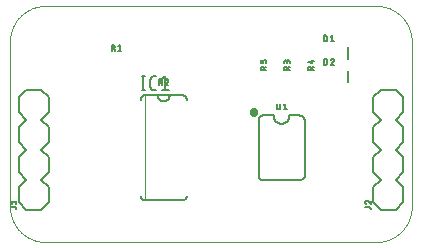
<source format=gto>
G75*
%MOIN*%
%OFA0B0*%
%FSLAX25Y25*%
%IPPOS*%
%LPD*%
%AMOC8*
5,1,8,0,0,1.08239X$1,22.5*
%
%ADD10C,0.00000*%
%ADD11C,0.00800*%
%ADD12C,0.00500*%
%ADD13C,0.00600*%
%ADD14C,0.00200*%
%ADD15C,0.00010*%
D10*
X0013997Y0001000D02*
X0124233Y0001000D01*
X0124518Y0001003D01*
X0124804Y0001014D01*
X0125089Y0001031D01*
X0125373Y0001055D01*
X0125657Y0001086D01*
X0125940Y0001124D01*
X0126221Y0001169D01*
X0126502Y0001220D01*
X0126782Y0001278D01*
X0127060Y0001343D01*
X0127336Y0001415D01*
X0127610Y0001493D01*
X0127883Y0001578D01*
X0128153Y0001670D01*
X0128421Y0001768D01*
X0128687Y0001872D01*
X0128950Y0001983D01*
X0129210Y0002100D01*
X0129468Y0002223D01*
X0129722Y0002353D01*
X0129973Y0002489D01*
X0130221Y0002630D01*
X0130465Y0002778D01*
X0130706Y0002931D01*
X0130942Y0003091D01*
X0131175Y0003256D01*
X0131404Y0003426D01*
X0131629Y0003602D01*
X0131849Y0003784D01*
X0132065Y0003970D01*
X0132276Y0004162D01*
X0132483Y0004359D01*
X0132685Y0004561D01*
X0132882Y0004768D01*
X0133074Y0004979D01*
X0133260Y0005195D01*
X0133442Y0005415D01*
X0133618Y0005640D01*
X0133788Y0005869D01*
X0133953Y0006102D01*
X0134113Y0006338D01*
X0134266Y0006579D01*
X0134414Y0006823D01*
X0134555Y0007071D01*
X0134691Y0007322D01*
X0134821Y0007576D01*
X0134944Y0007834D01*
X0135061Y0008094D01*
X0135172Y0008357D01*
X0135276Y0008623D01*
X0135374Y0008891D01*
X0135466Y0009161D01*
X0135551Y0009434D01*
X0135629Y0009708D01*
X0135701Y0009984D01*
X0135766Y0010262D01*
X0135824Y0010542D01*
X0135875Y0010823D01*
X0135920Y0011104D01*
X0135958Y0011387D01*
X0135989Y0011671D01*
X0136013Y0011955D01*
X0136030Y0012240D01*
X0136041Y0012526D01*
X0136044Y0012811D01*
X0136044Y0067929D01*
X0136041Y0068214D01*
X0136030Y0068500D01*
X0136013Y0068785D01*
X0135989Y0069069D01*
X0135958Y0069353D01*
X0135920Y0069636D01*
X0135875Y0069917D01*
X0135824Y0070198D01*
X0135766Y0070478D01*
X0135701Y0070756D01*
X0135629Y0071032D01*
X0135551Y0071306D01*
X0135466Y0071579D01*
X0135374Y0071849D01*
X0135276Y0072117D01*
X0135172Y0072383D01*
X0135061Y0072646D01*
X0134944Y0072906D01*
X0134821Y0073164D01*
X0134691Y0073418D01*
X0134555Y0073669D01*
X0134414Y0073917D01*
X0134266Y0074161D01*
X0134113Y0074402D01*
X0133953Y0074638D01*
X0133788Y0074871D01*
X0133618Y0075100D01*
X0133442Y0075325D01*
X0133260Y0075545D01*
X0133074Y0075761D01*
X0132882Y0075972D01*
X0132685Y0076179D01*
X0132483Y0076381D01*
X0132276Y0076578D01*
X0132065Y0076770D01*
X0131849Y0076956D01*
X0131629Y0077138D01*
X0131404Y0077314D01*
X0131175Y0077484D01*
X0130942Y0077649D01*
X0130706Y0077809D01*
X0130465Y0077962D01*
X0130221Y0078110D01*
X0129973Y0078251D01*
X0129722Y0078387D01*
X0129468Y0078517D01*
X0129210Y0078640D01*
X0128950Y0078757D01*
X0128687Y0078868D01*
X0128421Y0078972D01*
X0128153Y0079070D01*
X0127883Y0079162D01*
X0127610Y0079247D01*
X0127336Y0079325D01*
X0127060Y0079397D01*
X0126782Y0079462D01*
X0126502Y0079520D01*
X0126221Y0079571D01*
X0125940Y0079616D01*
X0125657Y0079654D01*
X0125373Y0079685D01*
X0125089Y0079709D01*
X0124804Y0079726D01*
X0124518Y0079737D01*
X0124233Y0079740D01*
X0013997Y0079740D01*
X0013712Y0079737D01*
X0013426Y0079726D01*
X0013141Y0079709D01*
X0012857Y0079685D01*
X0012573Y0079654D01*
X0012290Y0079616D01*
X0012009Y0079571D01*
X0011728Y0079520D01*
X0011448Y0079462D01*
X0011170Y0079397D01*
X0010894Y0079325D01*
X0010620Y0079247D01*
X0010347Y0079162D01*
X0010077Y0079070D01*
X0009809Y0078972D01*
X0009543Y0078868D01*
X0009280Y0078757D01*
X0009020Y0078640D01*
X0008762Y0078517D01*
X0008508Y0078387D01*
X0008257Y0078251D01*
X0008009Y0078110D01*
X0007765Y0077962D01*
X0007524Y0077809D01*
X0007288Y0077649D01*
X0007055Y0077484D01*
X0006826Y0077314D01*
X0006601Y0077138D01*
X0006381Y0076956D01*
X0006165Y0076770D01*
X0005954Y0076578D01*
X0005747Y0076381D01*
X0005545Y0076179D01*
X0005348Y0075972D01*
X0005156Y0075761D01*
X0004970Y0075545D01*
X0004788Y0075325D01*
X0004612Y0075100D01*
X0004442Y0074871D01*
X0004277Y0074638D01*
X0004117Y0074402D01*
X0003964Y0074161D01*
X0003816Y0073917D01*
X0003675Y0073669D01*
X0003539Y0073418D01*
X0003409Y0073164D01*
X0003286Y0072906D01*
X0003169Y0072646D01*
X0003058Y0072383D01*
X0002954Y0072117D01*
X0002856Y0071849D01*
X0002764Y0071579D01*
X0002679Y0071306D01*
X0002601Y0071032D01*
X0002529Y0070756D01*
X0002464Y0070478D01*
X0002406Y0070198D01*
X0002355Y0069917D01*
X0002310Y0069636D01*
X0002272Y0069353D01*
X0002241Y0069069D01*
X0002217Y0068785D01*
X0002200Y0068500D01*
X0002189Y0068214D01*
X0002186Y0067929D01*
X0002186Y0012811D01*
X0002189Y0012526D01*
X0002200Y0012240D01*
X0002217Y0011955D01*
X0002241Y0011671D01*
X0002272Y0011387D01*
X0002310Y0011104D01*
X0002355Y0010823D01*
X0002406Y0010542D01*
X0002464Y0010262D01*
X0002529Y0009984D01*
X0002601Y0009708D01*
X0002679Y0009434D01*
X0002764Y0009161D01*
X0002856Y0008891D01*
X0002954Y0008623D01*
X0003058Y0008357D01*
X0003169Y0008094D01*
X0003286Y0007834D01*
X0003409Y0007576D01*
X0003539Y0007322D01*
X0003675Y0007071D01*
X0003816Y0006823D01*
X0003964Y0006579D01*
X0004117Y0006338D01*
X0004277Y0006102D01*
X0004442Y0005869D01*
X0004612Y0005640D01*
X0004788Y0005415D01*
X0004970Y0005195D01*
X0005156Y0004979D01*
X0005348Y0004768D01*
X0005545Y0004561D01*
X0005747Y0004359D01*
X0005954Y0004162D01*
X0006165Y0003970D01*
X0006381Y0003784D01*
X0006601Y0003602D01*
X0006826Y0003426D01*
X0007055Y0003256D01*
X0007288Y0003091D01*
X0007524Y0002931D01*
X0007765Y0002778D01*
X0008009Y0002630D01*
X0008257Y0002489D01*
X0008508Y0002353D01*
X0008762Y0002223D01*
X0009020Y0002100D01*
X0009280Y0001983D01*
X0009543Y0001872D01*
X0009809Y0001768D01*
X0010077Y0001670D01*
X0010347Y0001578D01*
X0010620Y0001493D01*
X0010894Y0001415D01*
X0011170Y0001343D01*
X0011448Y0001278D01*
X0011728Y0001220D01*
X0012009Y0001169D01*
X0012290Y0001124D01*
X0012573Y0001086D01*
X0012857Y0001055D01*
X0013141Y0001031D01*
X0013426Y0001014D01*
X0013712Y0001003D01*
X0013997Y0001000D01*
D11*
X0012560Y0011748D02*
X0007560Y0011748D01*
X0005060Y0014248D01*
X0005060Y0019248D01*
X0007560Y0021748D01*
X0005060Y0024248D01*
X0005060Y0029248D01*
X0007560Y0031748D01*
X0005060Y0034248D01*
X0005060Y0039248D01*
X0007560Y0041748D01*
X0005060Y0044248D01*
X0005060Y0049248D01*
X0007560Y0051748D01*
X0012560Y0051748D01*
X0015060Y0049248D01*
X0015060Y0044248D01*
X0012560Y0041748D01*
X0015060Y0039248D01*
X0015060Y0034248D01*
X0012560Y0031748D01*
X0015060Y0029248D01*
X0015060Y0024248D01*
X0012560Y0021748D01*
X0015060Y0019248D01*
X0015060Y0014248D01*
X0012560Y0011748D01*
X0085075Y0022902D02*
X0085075Y0041696D01*
X0085066Y0041766D01*
X0085061Y0041838D01*
X0085060Y0041909D01*
X0085063Y0041980D01*
X0085070Y0042051D01*
X0085080Y0042122D01*
X0085094Y0042192D01*
X0085112Y0042261D01*
X0085134Y0042329D01*
X0085160Y0042396D01*
X0085189Y0042461D01*
X0085221Y0042524D01*
X0085257Y0042586D01*
X0085296Y0042646D01*
X0085339Y0042703D01*
X0085384Y0042758D01*
X0085432Y0042811D01*
X0085484Y0042861D01*
X0085537Y0042908D01*
X0085593Y0042952D01*
X0085652Y0042992D01*
X0085713Y0043030D01*
X0085775Y0043064D01*
X0085839Y0043095D01*
X0085905Y0043123D01*
X0085973Y0043146D01*
X0086041Y0043166D01*
X0086111Y0043183D01*
X0086181Y0043195D01*
X0086181Y0043196D02*
X0090137Y0043196D01*
X0090137Y0042996D02*
X0090139Y0042898D01*
X0090145Y0042800D01*
X0090154Y0042702D01*
X0090168Y0042605D01*
X0090185Y0042508D01*
X0090206Y0042412D01*
X0090231Y0042317D01*
X0090259Y0042223D01*
X0090292Y0042131D01*
X0090327Y0042039D01*
X0090367Y0041949D01*
X0090409Y0041861D01*
X0090456Y0041774D01*
X0090505Y0041690D01*
X0090558Y0041607D01*
X0090614Y0041527D01*
X0090674Y0041448D01*
X0090736Y0041372D01*
X0090801Y0041299D01*
X0090869Y0041228D01*
X0090940Y0041160D01*
X0091013Y0041095D01*
X0091089Y0041033D01*
X0091168Y0040973D01*
X0091248Y0040917D01*
X0091331Y0040864D01*
X0091415Y0040815D01*
X0091502Y0040768D01*
X0091590Y0040726D01*
X0091680Y0040686D01*
X0091772Y0040651D01*
X0091864Y0040618D01*
X0091958Y0040590D01*
X0092053Y0040565D01*
X0092149Y0040544D01*
X0092246Y0040527D01*
X0092343Y0040513D01*
X0092441Y0040504D01*
X0092539Y0040498D01*
X0092637Y0040496D01*
X0092735Y0040498D01*
X0092833Y0040504D01*
X0092931Y0040513D01*
X0093028Y0040527D01*
X0093125Y0040544D01*
X0093221Y0040565D01*
X0093316Y0040590D01*
X0093410Y0040618D01*
X0093502Y0040651D01*
X0093594Y0040686D01*
X0093684Y0040726D01*
X0093772Y0040768D01*
X0093859Y0040815D01*
X0093943Y0040864D01*
X0094026Y0040917D01*
X0094106Y0040973D01*
X0094185Y0041033D01*
X0094261Y0041095D01*
X0094334Y0041160D01*
X0094405Y0041228D01*
X0094473Y0041299D01*
X0094538Y0041372D01*
X0094600Y0041448D01*
X0094660Y0041527D01*
X0094716Y0041607D01*
X0094769Y0041690D01*
X0094818Y0041774D01*
X0094865Y0041861D01*
X0094907Y0041949D01*
X0094947Y0042039D01*
X0094982Y0042131D01*
X0095015Y0042223D01*
X0095043Y0042317D01*
X0095068Y0042412D01*
X0095089Y0042508D01*
X0095106Y0042605D01*
X0095120Y0042702D01*
X0095129Y0042800D01*
X0095135Y0042898D01*
X0095137Y0042996D01*
X0095137Y0043196D02*
X0098456Y0043196D01*
X0098506Y0043197D02*
X0098587Y0043204D01*
X0098668Y0043208D01*
X0098749Y0043207D01*
X0098831Y0043203D01*
X0098911Y0043195D01*
X0098992Y0043183D01*
X0099072Y0043168D01*
X0099151Y0043148D01*
X0099229Y0043125D01*
X0099305Y0043098D01*
X0099381Y0043068D01*
X0099455Y0043034D01*
X0099527Y0042996D01*
X0099597Y0042955D01*
X0099665Y0042911D01*
X0099731Y0042864D01*
X0099795Y0042813D01*
X0099856Y0042760D01*
X0099915Y0042703D01*
X0099971Y0042644D01*
X0100024Y0042583D01*
X0100074Y0042519D01*
X0100121Y0042452D01*
X0100165Y0042384D01*
X0100205Y0042313D01*
X0100242Y0042241D01*
X0100276Y0042167D01*
X0100305Y0042091D01*
X0100332Y0042014D01*
X0100354Y0041936D01*
X0100373Y0041857D01*
X0100388Y0041777D01*
X0100400Y0041696D01*
X0100400Y0023296D01*
X0100398Y0023220D01*
X0100392Y0023145D01*
X0100383Y0023069D01*
X0100369Y0022994D01*
X0100352Y0022920D01*
X0100331Y0022847D01*
X0100307Y0022775D01*
X0100279Y0022705D01*
X0100247Y0022636D01*
X0100212Y0022568D01*
X0100173Y0022503D01*
X0100131Y0022439D01*
X0100086Y0022378D01*
X0100038Y0022319D01*
X0099987Y0022263D01*
X0099933Y0022209D01*
X0099877Y0022158D01*
X0099818Y0022110D01*
X0099757Y0022065D01*
X0099693Y0022023D01*
X0099628Y0021984D01*
X0099560Y0021949D01*
X0099491Y0021917D01*
X0099421Y0021889D01*
X0099349Y0021865D01*
X0099276Y0021844D01*
X0099202Y0021827D01*
X0099127Y0021813D01*
X0099051Y0021804D01*
X0098976Y0021798D01*
X0098900Y0021796D01*
X0086575Y0021796D01*
X0086504Y0021787D01*
X0086433Y0021782D01*
X0086361Y0021781D01*
X0086290Y0021784D01*
X0086219Y0021791D01*
X0086148Y0021801D01*
X0086079Y0021815D01*
X0086009Y0021834D01*
X0085941Y0021855D01*
X0085875Y0021881D01*
X0085810Y0021910D01*
X0085746Y0021942D01*
X0085684Y0021978D01*
X0085625Y0022017D01*
X0085567Y0022060D01*
X0085512Y0022105D01*
X0085460Y0022154D01*
X0085410Y0022205D01*
X0085363Y0022258D01*
X0085319Y0022315D01*
X0085278Y0022373D01*
X0085240Y0022434D01*
X0085206Y0022496D01*
X0085175Y0022561D01*
X0085148Y0022627D01*
X0085124Y0022694D01*
X0085104Y0022762D01*
X0085087Y0022832D01*
X0085075Y0022902D01*
X0123170Y0024248D02*
X0123170Y0029248D01*
X0125670Y0031748D01*
X0123170Y0034248D01*
X0123170Y0039248D01*
X0125670Y0041748D01*
X0123170Y0044248D01*
X0123170Y0049248D01*
X0125670Y0051748D01*
X0130670Y0051748D01*
X0133170Y0049248D01*
X0133170Y0044248D01*
X0130670Y0041748D01*
X0133170Y0039248D01*
X0133170Y0034248D01*
X0130670Y0031748D01*
X0133170Y0029248D01*
X0133170Y0024248D01*
X0130670Y0021748D01*
X0133170Y0019248D01*
X0133170Y0014248D01*
X0130670Y0011748D01*
X0125670Y0011748D01*
X0123170Y0014248D01*
X0123170Y0019248D01*
X0125670Y0021748D01*
X0123170Y0024248D01*
X0114735Y0054243D02*
X0114735Y0057993D01*
X0114735Y0062117D02*
X0114735Y0065867D01*
D12*
X0110129Y0067992D02*
X0109073Y0067992D01*
X0109601Y0067992D02*
X0109601Y0069892D01*
X0109073Y0069470D01*
X0107897Y0069364D02*
X0107897Y0068520D01*
X0107895Y0068476D01*
X0107890Y0068433D01*
X0107881Y0068390D01*
X0107868Y0068349D01*
X0107853Y0068308D01*
X0107833Y0068269D01*
X0107811Y0068231D01*
X0107786Y0068196D01*
X0107757Y0068162D01*
X0107727Y0068132D01*
X0107693Y0068103D01*
X0107658Y0068078D01*
X0107620Y0068056D01*
X0107581Y0068036D01*
X0107540Y0068021D01*
X0107499Y0068008D01*
X0107456Y0067999D01*
X0107413Y0067994D01*
X0107369Y0067992D01*
X0106841Y0067992D01*
X0106841Y0069892D01*
X0107369Y0069892D01*
X0107413Y0069890D01*
X0107456Y0069885D01*
X0107499Y0069876D01*
X0107540Y0069863D01*
X0107581Y0069848D01*
X0107620Y0069828D01*
X0107658Y0069806D01*
X0107693Y0069781D01*
X0107727Y0069752D01*
X0107757Y0069722D01*
X0107786Y0069688D01*
X0107811Y0069653D01*
X0107833Y0069615D01*
X0107853Y0069576D01*
X0107868Y0069535D01*
X0107881Y0069494D01*
X0107890Y0069451D01*
X0107895Y0069408D01*
X0107897Y0069364D01*
X0107369Y0062018D02*
X0106841Y0062018D01*
X0106841Y0060118D01*
X0107369Y0060118D01*
X0107413Y0060120D01*
X0107456Y0060125D01*
X0107499Y0060134D01*
X0107540Y0060147D01*
X0107581Y0060162D01*
X0107620Y0060182D01*
X0107658Y0060204D01*
X0107693Y0060229D01*
X0107727Y0060258D01*
X0107757Y0060288D01*
X0107786Y0060322D01*
X0107811Y0060357D01*
X0107833Y0060395D01*
X0107853Y0060434D01*
X0107868Y0060475D01*
X0107881Y0060516D01*
X0107890Y0060559D01*
X0107895Y0060602D01*
X0107897Y0060646D01*
X0107897Y0061490D01*
X0107895Y0061534D01*
X0107890Y0061577D01*
X0107881Y0061620D01*
X0107868Y0061661D01*
X0107853Y0061702D01*
X0107833Y0061741D01*
X0107811Y0061779D01*
X0107786Y0061814D01*
X0107757Y0061848D01*
X0107727Y0061878D01*
X0107693Y0061907D01*
X0107658Y0061932D01*
X0107620Y0061954D01*
X0107581Y0061974D01*
X0107540Y0061989D01*
X0107499Y0062002D01*
X0107456Y0062011D01*
X0107413Y0062016D01*
X0107369Y0062018D01*
X0109971Y0061174D02*
X0109999Y0061203D01*
X0110026Y0061235D01*
X0110049Y0061269D01*
X0110070Y0061305D01*
X0110088Y0061342D01*
X0110102Y0061381D01*
X0110114Y0061420D01*
X0110122Y0061461D01*
X0110127Y0061502D01*
X0110129Y0061543D01*
X0109971Y0061174D02*
X0109073Y0060118D01*
X0110129Y0060118D01*
X0109074Y0061596D02*
X0109090Y0061641D01*
X0109110Y0061684D01*
X0109134Y0061726D01*
X0109160Y0061766D01*
X0109190Y0061804D01*
X0109222Y0061839D01*
X0109258Y0061872D01*
X0109295Y0061901D01*
X0109335Y0061928D01*
X0109377Y0061951D01*
X0109420Y0061971D01*
X0109465Y0061988D01*
X0109511Y0062001D01*
X0109559Y0062010D01*
X0109606Y0062016D01*
X0109654Y0062018D01*
X0109695Y0062016D01*
X0109736Y0062011D01*
X0109777Y0062002D01*
X0109816Y0061989D01*
X0109855Y0061973D01*
X0109892Y0061954D01*
X0109926Y0061932D01*
X0109959Y0061907D01*
X0109990Y0061879D01*
X0110018Y0061848D01*
X0110043Y0061815D01*
X0110065Y0061781D01*
X0110084Y0061744D01*
X0110100Y0061705D01*
X0110113Y0061666D01*
X0110122Y0061625D01*
X0110127Y0061584D01*
X0110129Y0061543D01*
X0103324Y0061334D02*
X0102480Y0061334D01*
X0102902Y0061650D02*
X0102902Y0060595D01*
X0101424Y0061017D01*
X0101424Y0058988D02*
X0101424Y0058460D01*
X0103324Y0058460D01*
X0102480Y0058460D02*
X0102480Y0058988D01*
X0102480Y0059093D02*
X0103324Y0059515D01*
X0102480Y0058988D02*
X0102478Y0059033D01*
X0102472Y0059077D01*
X0102463Y0059121D01*
X0102450Y0059164D01*
X0102433Y0059205D01*
X0102413Y0059246D01*
X0102389Y0059284D01*
X0102363Y0059320D01*
X0102333Y0059353D01*
X0102301Y0059384D01*
X0102266Y0059413D01*
X0102229Y0059438D01*
X0102190Y0059459D01*
X0102149Y0059478D01*
X0102107Y0059493D01*
X0102063Y0059504D01*
X0102019Y0059512D01*
X0101974Y0059516D01*
X0101930Y0059516D01*
X0101885Y0059512D01*
X0101841Y0059504D01*
X0101797Y0059493D01*
X0101755Y0059478D01*
X0101714Y0059459D01*
X0101675Y0059438D01*
X0101638Y0059413D01*
X0101603Y0059384D01*
X0101571Y0059353D01*
X0101541Y0059320D01*
X0101515Y0059284D01*
X0101491Y0059246D01*
X0101471Y0059205D01*
X0101454Y0059164D01*
X0101441Y0059121D01*
X0101432Y0059077D01*
X0101426Y0059033D01*
X0101424Y0058988D01*
X0095450Y0059515D02*
X0094606Y0059093D01*
X0094606Y0058988D02*
X0094606Y0058460D01*
X0094606Y0058988D02*
X0094604Y0059033D01*
X0094598Y0059077D01*
X0094589Y0059121D01*
X0094576Y0059164D01*
X0094559Y0059205D01*
X0094539Y0059246D01*
X0094515Y0059284D01*
X0094489Y0059320D01*
X0094459Y0059353D01*
X0094427Y0059384D01*
X0094392Y0059413D01*
X0094355Y0059438D01*
X0094316Y0059459D01*
X0094275Y0059478D01*
X0094233Y0059493D01*
X0094189Y0059504D01*
X0094145Y0059512D01*
X0094100Y0059516D01*
X0094056Y0059516D01*
X0094011Y0059512D01*
X0093967Y0059504D01*
X0093923Y0059493D01*
X0093881Y0059478D01*
X0093840Y0059459D01*
X0093801Y0059438D01*
X0093764Y0059413D01*
X0093729Y0059384D01*
X0093697Y0059353D01*
X0093667Y0059320D01*
X0093641Y0059284D01*
X0093617Y0059246D01*
X0093597Y0059205D01*
X0093580Y0059164D01*
X0093567Y0059121D01*
X0093558Y0059077D01*
X0093552Y0059033D01*
X0093550Y0058988D01*
X0093550Y0058460D01*
X0095450Y0058460D01*
X0095450Y0060595D02*
X0095450Y0061123D01*
X0095448Y0061168D01*
X0095442Y0061212D01*
X0095433Y0061256D01*
X0095420Y0061299D01*
X0095403Y0061340D01*
X0095383Y0061381D01*
X0095359Y0061419D01*
X0095333Y0061455D01*
X0095303Y0061488D01*
X0095271Y0061519D01*
X0095236Y0061548D01*
X0095199Y0061573D01*
X0095160Y0061594D01*
X0095119Y0061613D01*
X0095077Y0061628D01*
X0095033Y0061639D01*
X0094989Y0061647D01*
X0094944Y0061651D01*
X0094900Y0061651D01*
X0094855Y0061647D01*
X0094811Y0061639D01*
X0094767Y0061628D01*
X0094725Y0061613D01*
X0094684Y0061594D01*
X0094645Y0061573D01*
X0094608Y0061548D01*
X0094573Y0061519D01*
X0094541Y0061488D01*
X0094511Y0061455D01*
X0094485Y0061419D01*
X0094461Y0061381D01*
X0094441Y0061340D01*
X0094424Y0061299D01*
X0094411Y0061256D01*
X0094402Y0061212D01*
X0094396Y0061168D01*
X0094394Y0061123D01*
X0094395Y0061228D02*
X0094395Y0060806D01*
X0094394Y0061228D02*
X0094392Y0061268D01*
X0094386Y0061308D01*
X0094377Y0061347D01*
X0094364Y0061385D01*
X0094347Y0061421D01*
X0094327Y0061456D01*
X0094304Y0061489D01*
X0094277Y0061519D01*
X0094248Y0061547D01*
X0094217Y0061572D01*
X0094183Y0061593D01*
X0094147Y0061612D01*
X0094110Y0061627D01*
X0094071Y0061638D01*
X0094032Y0061646D01*
X0093992Y0061650D01*
X0093952Y0061650D01*
X0093912Y0061646D01*
X0093873Y0061638D01*
X0093834Y0061627D01*
X0093797Y0061612D01*
X0093761Y0061593D01*
X0093727Y0061572D01*
X0093696Y0061547D01*
X0093667Y0061519D01*
X0093640Y0061489D01*
X0093617Y0061456D01*
X0093597Y0061421D01*
X0093580Y0061385D01*
X0093567Y0061347D01*
X0093558Y0061308D01*
X0093552Y0061268D01*
X0093550Y0061228D01*
X0093550Y0060595D01*
X0087576Y0060595D02*
X0087576Y0061228D01*
X0087574Y0061267D01*
X0087569Y0061306D01*
X0087560Y0061343D01*
X0087548Y0061380D01*
X0087532Y0061416D01*
X0087513Y0061450D01*
X0087491Y0061482D01*
X0087466Y0061512D01*
X0087438Y0061540D01*
X0087408Y0061565D01*
X0087376Y0061587D01*
X0087342Y0061606D01*
X0087306Y0061622D01*
X0087269Y0061634D01*
X0087232Y0061643D01*
X0087193Y0061648D01*
X0087154Y0061650D01*
X0086943Y0061650D01*
X0086904Y0061648D01*
X0086865Y0061643D01*
X0086828Y0061634D01*
X0086791Y0061622D01*
X0086755Y0061606D01*
X0086721Y0061587D01*
X0086689Y0061565D01*
X0086659Y0061540D01*
X0086631Y0061512D01*
X0086606Y0061482D01*
X0086584Y0061450D01*
X0086565Y0061416D01*
X0086549Y0061380D01*
X0086537Y0061343D01*
X0086528Y0061306D01*
X0086523Y0061267D01*
X0086521Y0061228D01*
X0086521Y0060595D01*
X0085676Y0060595D01*
X0085676Y0061650D01*
X0085676Y0058988D02*
X0085676Y0058460D01*
X0087576Y0058460D01*
X0086732Y0058460D02*
X0086732Y0058988D01*
X0086732Y0059093D02*
X0087576Y0059515D01*
X0086732Y0058988D02*
X0086730Y0059033D01*
X0086724Y0059077D01*
X0086715Y0059121D01*
X0086702Y0059164D01*
X0086685Y0059205D01*
X0086665Y0059246D01*
X0086641Y0059284D01*
X0086615Y0059320D01*
X0086585Y0059353D01*
X0086553Y0059384D01*
X0086518Y0059413D01*
X0086481Y0059438D01*
X0086442Y0059459D01*
X0086401Y0059478D01*
X0086359Y0059493D01*
X0086315Y0059504D01*
X0086271Y0059512D01*
X0086226Y0059516D01*
X0086182Y0059516D01*
X0086137Y0059512D01*
X0086093Y0059504D01*
X0086049Y0059493D01*
X0086007Y0059478D01*
X0085966Y0059459D01*
X0085927Y0059438D01*
X0085890Y0059413D01*
X0085855Y0059384D01*
X0085823Y0059353D01*
X0085793Y0059320D01*
X0085767Y0059284D01*
X0085743Y0059246D01*
X0085723Y0059205D01*
X0085706Y0059164D01*
X0085693Y0059121D01*
X0085684Y0059077D01*
X0085678Y0059033D01*
X0085676Y0058988D01*
X0091093Y0047146D02*
X0091093Y0045774D01*
X0091095Y0045729D01*
X0091101Y0045685D01*
X0091110Y0045641D01*
X0091123Y0045598D01*
X0091140Y0045557D01*
X0091160Y0045516D01*
X0091184Y0045478D01*
X0091210Y0045442D01*
X0091240Y0045409D01*
X0091272Y0045378D01*
X0091307Y0045349D01*
X0091344Y0045324D01*
X0091383Y0045303D01*
X0091424Y0045284D01*
X0091466Y0045269D01*
X0091510Y0045258D01*
X0091554Y0045250D01*
X0091599Y0045246D01*
X0091643Y0045246D01*
X0091688Y0045250D01*
X0091732Y0045258D01*
X0091776Y0045269D01*
X0091818Y0045284D01*
X0091859Y0045303D01*
X0091898Y0045324D01*
X0091935Y0045349D01*
X0091970Y0045378D01*
X0092002Y0045409D01*
X0092032Y0045442D01*
X0092058Y0045478D01*
X0092082Y0045516D01*
X0092102Y0045557D01*
X0092119Y0045598D01*
X0092132Y0045641D01*
X0092141Y0045685D01*
X0092147Y0045729D01*
X0092149Y0045774D01*
X0092149Y0047146D01*
X0093325Y0046724D02*
X0093853Y0047146D01*
X0093853Y0045246D01*
X0093325Y0045246D02*
X0094381Y0045246D01*
X0055217Y0051746D02*
X0052717Y0051746D01*
X0053967Y0051746D02*
X0053967Y0056246D01*
X0052717Y0055246D01*
X0052300Y0055305D02*
X0051772Y0055305D01*
X0051772Y0053405D01*
X0051772Y0054250D02*
X0052300Y0054250D01*
X0052405Y0054250D02*
X0052827Y0053405D01*
X0053907Y0053405D02*
X0054804Y0054461D01*
X0054487Y0055305D02*
X0054439Y0055303D01*
X0054392Y0055297D01*
X0054344Y0055288D01*
X0054298Y0055275D01*
X0054253Y0055258D01*
X0054210Y0055238D01*
X0054168Y0055215D01*
X0054128Y0055188D01*
X0054091Y0055159D01*
X0054055Y0055126D01*
X0054023Y0055091D01*
X0053993Y0055053D01*
X0053967Y0055013D01*
X0053943Y0054971D01*
X0053923Y0054928D01*
X0053907Y0054883D01*
X0054804Y0054461D02*
X0054832Y0054490D01*
X0054859Y0054522D01*
X0054882Y0054556D01*
X0054903Y0054592D01*
X0054921Y0054629D01*
X0054935Y0054668D01*
X0054947Y0054707D01*
X0054955Y0054748D01*
X0054960Y0054789D01*
X0054962Y0054830D01*
X0054960Y0054871D01*
X0054955Y0054912D01*
X0054946Y0054953D01*
X0054933Y0054992D01*
X0054917Y0055031D01*
X0054898Y0055068D01*
X0054876Y0055102D01*
X0054851Y0055135D01*
X0054823Y0055166D01*
X0054792Y0055194D01*
X0054759Y0055219D01*
X0054725Y0055241D01*
X0054688Y0055260D01*
X0054649Y0055276D01*
X0054610Y0055289D01*
X0054569Y0055298D01*
X0054528Y0055303D01*
X0054487Y0055305D01*
X0052300Y0055305D02*
X0052345Y0055303D01*
X0052389Y0055297D01*
X0052433Y0055288D01*
X0052476Y0055275D01*
X0052517Y0055258D01*
X0052558Y0055238D01*
X0052596Y0055214D01*
X0052632Y0055188D01*
X0052665Y0055158D01*
X0052696Y0055126D01*
X0052725Y0055091D01*
X0052750Y0055054D01*
X0052771Y0055015D01*
X0052790Y0054974D01*
X0052805Y0054932D01*
X0052816Y0054888D01*
X0052824Y0054844D01*
X0052828Y0054799D01*
X0052828Y0054755D01*
X0052824Y0054710D01*
X0052816Y0054666D01*
X0052805Y0054622D01*
X0052790Y0054580D01*
X0052771Y0054539D01*
X0052750Y0054500D01*
X0052725Y0054463D01*
X0052696Y0054428D01*
X0052665Y0054396D01*
X0052632Y0054366D01*
X0052596Y0054340D01*
X0052558Y0054316D01*
X0052517Y0054296D01*
X0052476Y0054279D01*
X0052433Y0054266D01*
X0052389Y0054257D01*
X0052345Y0054251D01*
X0052300Y0054249D01*
X0053907Y0053405D02*
X0054962Y0053405D01*
X0050952Y0051746D02*
X0049952Y0051746D01*
X0049892Y0051748D01*
X0049831Y0051753D01*
X0049772Y0051762D01*
X0049713Y0051775D01*
X0049654Y0051791D01*
X0049597Y0051811D01*
X0049542Y0051834D01*
X0049487Y0051861D01*
X0049435Y0051890D01*
X0049384Y0051923D01*
X0049335Y0051959D01*
X0049289Y0051997D01*
X0049245Y0052039D01*
X0049203Y0052083D01*
X0049165Y0052129D01*
X0049129Y0052178D01*
X0049096Y0052229D01*
X0049067Y0052281D01*
X0049040Y0052336D01*
X0049017Y0052391D01*
X0048997Y0052448D01*
X0048981Y0052507D01*
X0048968Y0052566D01*
X0048959Y0052625D01*
X0048954Y0052686D01*
X0048952Y0052746D01*
X0048952Y0055246D01*
X0048954Y0055306D01*
X0048959Y0055367D01*
X0048968Y0055426D01*
X0048981Y0055485D01*
X0048997Y0055544D01*
X0049017Y0055601D01*
X0049040Y0055656D01*
X0049067Y0055711D01*
X0049096Y0055763D01*
X0049129Y0055814D01*
X0049165Y0055863D01*
X0049203Y0055909D01*
X0049245Y0055953D01*
X0049289Y0055995D01*
X0049335Y0056033D01*
X0049384Y0056069D01*
X0049435Y0056102D01*
X0049487Y0056131D01*
X0049542Y0056158D01*
X0049597Y0056181D01*
X0049654Y0056201D01*
X0049713Y0056217D01*
X0049772Y0056230D01*
X0049831Y0056239D01*
X0049892Y0056244D01*
X0049952Y0056246D01*
X0050952Y0056246D01*
X0047117Y0056246D02*
X0046117Y0056246D01*
X0046617Y0056246D02*
X0046617Y0051746D01*
X0046117Y0051746D02*
X0047117Y0051746D01*
X0039214Y0064805D02*
X0038159Y0064805D01*
X0038686Y0064805D02*
X0038686Y0066705D01*
X0038159Y0066283D01*
X0036552Y0066705D02*
X0036597Y0066703D01*
X0036641Y0066697D01*
X0036685Y0066688D01*
X0036728Y0066675D01*
X0036769Y0066658D01*
X0036810Y0066638D01*
X0036848Y0066614D01*
X0036884Y0066588D01*
X0036917Y0066558D01*
X0036948Y0066526D01*
X0036977Y0066491D01*
X0037002Y0066454D01*
X0037023Y0066415D01*
X0037042Y0066374D01*
X0037057Y0066332D01*
X0037068Y0066288D01*
X0037076Y0066244D01*
X0037080Y0066199D01*
X0037080Y0066155D01*
X0037076Y0066110D01*
X0037068Y0066066D01*
X0037057Y0066022D01*
X0037042Y0065980D01*
X0037023Y0065939D01*
X0037002Y0065900D01*
X0036977Y0065863D01*
X0036948Y0065828D01*
X0036917Y0065796D01*
X0036884Y0065766D01*
X0036848Y0065740D01*
X0036810Y0065716D01*
X0036769Y0065696D01*
X0036728Y0065679D01*
X0036685Y0065666D01*
X0036641Y0065657D01*
X0036597Y0065651D01*
X0036552Y0065649D01*
X0036552Y0065650D02*
X0036024Y0065650D01*
X0036657Y0065650D02*
X0037079Y0064805D01*
X0036024Y0064805D02*
X0036024Y0066705D01*
X0036552Y0066705D01*
X0004310Y0014848D02*
X0004310Y0013792D01*
X0004310Y0014320D02*
X0002410Y0014320D01*
X0002832Y0013792D01*
X0002410Y0012631D02*
X0003888Y0012631D01*
X0003927Y0012629D01*
X0003966Y0012624D01*
X0004003Y0012615D01*
X0004040Y0012603D01*
X0004076Y0012587D01*
X0004110Y0012568D01*
X0004142Y0012546D01*
X0004172Y0012521D01*
X0004200Y0012493D01*
X0004225Y0012463D01*
X0004247Y0012431D01*
X0004266Y0012397D01*
X0004282Y0012361D01*
X0004294Y0012324D01*
X0004303Y0012287D01*
X0004308Y0012248D01*
X0004310Y0012209D01*
X0004310Y0011998D01*
X0120520Y0012631D02*
X0121998Y0012631D01*
X0122037Y0012629D01*
X0122076Y0012624D01*
X0122113Y0012615D01*
X0122150Y0012603D01*
X0122186Y0012587D01*
X0122220Y0012568D01*
X0122252Y0012546D01*
X0122282Y0012521D01*
X0122310Y0012493D01*
X0122335Y0012463D01*
X0122357Y0012431D01*
X0122376Y0012397D01*
X0122392Y0012361D01*
X0122404Y0012324D01*
X0122413Y0012287D01*
X0122418Y0012248D01*
X0122420Y0012209D01*
X0122420Y0011998D01*
X0122420Y0013792D02*
X0122420Y0014848D01*
X0122420Y0013792D02*
X0121365Y0014689D01*
X0120520Y0014372D02*
X0120522Y0014324D01*
X0120528Y0014277D01*
X0120537Y0014230D01*
X0120550Y0014183D01*
X0120566Y0014138D01*
X0120587Y0014095D01*
X0120610Y0014053D01*
X0120637Y0014013D01*
X0120666Y0013976D01*
X0120699Y0013940D01*
X0120734Y0013908D01*
X0120772Y0013878D01*
X0120812Y0013852D01*
X0120854Y0013828D01*
X0120897Y0013808D01*
X0120942Y0013792D01*
X0121364Y0014689D02*
X0121335Y0014717D01*
X0121303Y0014744D01*
X0121269Y0014767D01*
X0121233Y0014788D01*
X0121196Y0014806D01*
X0121157Y0014820D01*
X0121118Y0014832D01*
X0121077Y0014840D01*
X0121036Y0014845D01*
X0120995Y0014847D01*
X0120954Y0014845D01*
X0120913Y0014840D01*
X0120872Y0014831D01*
X0120833Y0014818D01*
X0120794Y0014802D01*
X0120758Y0014783D01*
X0120723Y0014761D01*
X0120690Y0014736D01*
X0120659Y0014708D01*
X0120631Y0014677D01*
X0120606Y0014644D01*
X0120584Y0014610D01*
X0120565Y0014573D01*
X0120549Y0014534D01*
X0120536Y0014495D01*
X0120527Y0014455D01*
X0120522Y0014413D01*
X0120520Y0014372D01*
D13*
X0059567Y0014996D02*
X0047167Y0014996D01*
X0047091Y0014998D01*
X0047015Y0015004D01*
X0046940Y0015013D01*
X0046865Y0015027D01*
X0046791Y0015044D01*
X0046718Y0015065D01*
X0046646Y0015089D01*
X0046575Y0015118D01*
X0046506Y0015149D01*
X0046439Y0015184D01*
X0046374Y0015223D01*
X0046310Y0015265D01*
X0046249Y0015310D01*
X0046190Y0015358D01*
X0046134Y0015409D01*
X0046080Y0015463D01*
X0046029Y0015519D01*
X0045981Y0015578D01*
X0045936Y0015639D01*
X0045894Y0015703D01*
X0045855Y0015768D01*
X0045820Y0015835D01*
X0045789Y0015904D01*
X0045760Y0015975D01*
X0045736Y0016047D01*
X0045715Y0016120D01*
X0045698Y0016194D01*
X0045684Y0016269D01*
X0045675Y0016344D01*
X0045669Y0016420D01*
X0045667Y0016496D01*
X0059567Y0014996D02*
X0059643Y0014998D01*
X0059719Y0015004D01*
X0059794Y0015013D01*
X0059869Y0015027D01*
X0059943Y0015044D01*
X0060016Y0015065D01*
X0060088Y0015089D01*
X0060159Y0015118D01*
X0060228Y0015149D01*
X0060295Y0015184D01*
X0060360Y0015223D01*
X0060424Y0015265D01*
X0060485Y0015310D01*
X0060544Y0015358D01*
X0060600Y0015409D01*
X0060654Y0015463D01*
X0060705Y0015519D01*
X0060753Y0015578D01*
X0060798Y0015639D01*
X0060840Y0015703D01*
X0060879Y0015768D01*
X0060914Y0015835D01*
X0060945Y0015904D01*
X0060974Y0015975D01*
X0060998Y0016047D01*
X0061019Y0016120D01*
X0061036Y0016194D01*
X0061050Y0016269D01*
X0061059Y0016344D01*
X0061065Y0016420D01*
X0061067Y0016496D01*
X0061067Y0048496D02*
X0061065Y0048572D01*
X0061059Y0048648D01*
X0061050Y0048723D01*
X0061036Y0048798D01*
X0061019Y0048872D01*
X0060998Y0048945D01*
X0060974Y0049017D01*
X0060945Y0049088D01*
X0060914Y0049157D01*
X0060879Y0049224D01*
X0060840Y0049289D01*
X0060798Y0049353D01*
X0060753Y0049414D01*
X0060705Y0049473D01*
X0060654Y0049529D01*
X0060600Y0049583D01*
X0060544Y0049634D01*
X0060485Y0049682D01*
X0060424Y0049727D01*
X0060360Y0049769D01*
X0060295Y0049808D01*
X0060228Y0049843D01*
X0060159Y0049874D01*
X0060088Y0049903D01*
X0060016Y0049927D01*
X0059943Y0049948D01*
X0059869Y0049965D01*
X0059794Y0049979D01*
X0059719Y0049988D01*
X0059643Y0049994D01*
X0059567Y0049996D01*
X0055367Y0049996D01*
X0051367Y0049996D01*
X0047167Y0049996D01*
X0047091Y0049994D01*
X0047015Y0049988D01*
X0046940Y0049979D01*
X0046865Y0049965D01*
X0046791Y0049948D01*
X0046718Y0049927D01*
X0046646Y0049903D01*
X0046575Y0049874D01*
X0046506Y0049843D01*
X0046439Y0049808D01*
X0046374Y0049769D01*
X0046310Y0049727D01*
X0046249Y0049682D01*
X0046190Y0049634D01*
X0046134Y0049583D01*
X0046080Y0049529D01*
X0046029Y0049473D01*
X0045981Y0049414D01*
X0045936Y0049353D01*
X0045894Y0049289D01*
X0045855Y0049224D01*
X0045820Y0049157D01*
X0045789Y0049088D01*
X0045760Y0049017D01*
X0045736Y0048945D01*
X0045715Y0048872D01*
X0045698Y0048798D01*
X0045684Y0048723D01*
X0045675Y0048648D01*
X0045669Y0048572D01*
X0045667Y0048496D01*
X0051367Y0049996D02*
X0051369Y0049908D01*
X0051375Y0049819D01*
X0051385Y0049731D01*
X0051398Y0049644D01*
X0051416Y0049557D01*
X0051437Y0049471D01*
X0051462Y0049386D01*
X0051491Y0049303D01*
X0051524Y0049220D01*
X0051560Y0049140D01*
X0051599Y0049061D01*
X0051642Y0048983D01*
X0051689Y0048908D01*
X0051739Y0048835D01*
X0051792Y0048764D01*
X0051848Y0048695D01*
X0051907Y0048629D01*
X0051969Y0048566D01*
X0052033Y0048506D01*
X0052100Y0048448D01*
X0052170Y0048394D01*
X0052242Y0048342D01*
X0052316Y0048294D01*
X0052393Y0048249D01*
X0052471Y0048208D01*
X0052551Y0048170D01*
X0052632Y0048136D01*
X0052715Y0048105D01*
X0052800Y0048078D01*
X0052885Y0048055D01*
X0052971Y0048036D01*
X0053059Y0048020D01*
X0053146Y0048008D01*
X0053234Y0048000D01*
X0053323Y0047996D01*
X0053411Y0047996D01*
X0053500Y0048000D01*
X0053588Y0048008D01*
X0053675Y0048020D01*
X0053763Y0048036D01*
X0053849Y0048055D01*
X0053934Y0048078D01*
X0054019Y0048105D01*
X0054102Y0048136D01*
X0054183Y0048170D01*
X0054263Y0048208D01*
X0054341Y0048249D01*
X0054418Y0048294D01*
X0054492Y0048342D01*
X0054564Y0048394D01*
X0054634Y0048448D01*
X0054701Y0048506D01*
X0054765Y0048566D01*
X0054827Y0048629D01*
X0054886Y0048695D01*
X0054942Y0048764D01*
X0054995Y0048835D01*
X0055045Y0048908D01*
X0055092Y0048983D01*
X0055135Y0049061D01*
X0055174Y0049140D01*
X0055210Y0049220D01*
X0055243Y0049303D01*
X0055272Y0049386D01*
X0055297Y0049471D01*
X0055318Y0049557D01*
X0055336Y0049644D01*
X0055349Y0049731D01*
X0055359Y0049819D01*
X0055365Y0049908D01*
X0055367Y0049996D01*
D14*
X0047067Y0049996D02*
X0047067Y0014996D01*
D15*
X0082385Y0043592D02*
X0082583Y0043394D01*
X0082820Y0043245D01*
X0083084Y0043152D01*
X0083362Y0043121D01*
X0083640Y0043152D01*
X0083905Y0043245D01*
X0084142Y0043394D01*
X0084339Y0043592D01*
X0084488Y0043829D01*
X0084581Y0044093D01*
X0082143Y0044093D01*
X0082236Y0043829D01*
X0084489Y0043829D01*
X0084491Y0043838D02*
X0082233Y0043838D01*
X0082230Y0043846D02*
X0084494Y0043846D01*
X0084497Y0043855D02*
X0082227Y0043855D01*
X0082224Y0043863D02*
X0084500Y0043863D01*
X0084503Y0043872D02*
X0082221Y0043872D01*
X0082218Y0043880D02*
X0084506Y0043880D01*
X0084509Y0043889D02*
X0082215Y0043889D01*
X0082212Y0043897D02*
X0084512Y0043897D01*
X0084515Y0043906D02*
X0082209Y0043906D01*
X0082206Y0043914D02*
X0084518Y0043914D01*
X0084521Y0043923D02*
X0082203Y0043923D01*
X0082200Y0043931D02*
X0084524Y0043931D01*
X0084527Y0043940D02*
X0082197Y0043940D01*
X0082194Y0043948D02*
X0084530Y0043948D01*
X0084533Y0043957D02*
X0082191Y0043957D01*
X0082188Y0043965D02*
X0084536Y0043965D01*
X0084539Y0043974D02*
X0082185Y0043974D01*
X0082182Y0043982D02*
X0084542Y0043982D01*
X0084545Y0043991D02*
X0082179Y0043991D01*
X0082176Y0043999D02*
X0084548Y0043999D01*
X0084551Y0044008D02*
X0082173Y0044008D01*
X0082170Y0044016D02*
X0084554Y0044016D01*
X0084557Y0044025D02*
X0082167Y0044025D01*
X0082164Y0044034D02*
X0084560Y0044034D01*
X0084563Y0044042D02*
X0082161Y0044042D01*
X0082158Y0044051D02*
X0084566Y0044051D01*
X0084569Y0044059D02*
X0082155Y0044059D01*
X0082152Y0044068D02*
X0084572Y0044068D01*
X0084575Y0044076D02*
X0082149Y0044076D01*
X0082146Y0044085D02*
X0084578Y0044085D01*
X0084581Y0044093D02*
X0084612Y0044371D01*
X0084581Y0044649D01*
X0084488Y0044913D01*
X0084339Y0045150D01*
X0084142Y0045348D01*
X0083905Y0045497D01*
X0083640Y0045590D01*
X0083362Y0045621D01*
X0083084Y0045590D01*
X0082820Y0045497D01*
X0082583Y0045348D01*
X0082385Y0045150D01*
X0082236Y0044913D01*
X0082143Y0044649D01*
X0082112Y0044371D01*
X0082143Y0044093D01*
X0082143Y0044102D02*
X0084582Y0044102D01*
X0084583Y0044110D02*
X0082142Y0044110D01*
X0082141Y0044119D02*
X0084584Y0044119D01*
X0084585Y0044127D02*
X0082140Y0044127D01*
X0082139Y0044136D02*
X0084586Y0044136D01*
X0084587Y0044144D02*
X0082138Y0044144D01*
X0082137Y0044153D02*
X0084588Y0044153D01*
X0084589Y0044161D02*
X0082136Y0044161D01*
X0082135Y0044170D02*
X0084589Y0044170D01*
X0084590Y0044178D02*
X0082134Y0044178D01*
X0082133Y0044187D02*
X0084591Y0044187D01*
X0084592Y0044195D02*
X0082132Y0044195D01*
X0082131Y0044204D02*
X0084593Y0044204D01*
X0084594Y0044212D02*
X0082130Y0044212D01*
X0082129Y0044221D02*
X0084595Y0044221D01*
X0084596Y0044229D02*
X0082128Y0044229D01*
X0082127Y0044238D02*
X0084597Y0044238D01*
X0084598Y0044246D02*
X0082126Y0044246D01*
X0082125Y0044255D02*
X0084599Y0044255D01*
X0084600Y0044263D02*
X0082124Y0044263D01*
X0082123Y0044272D02*
X0084601Y0044272D01*
X0084602Y0044280D02*
X0082122Y0044280D01*
X0082121Y0044289D02*
X0084603Y0044289D01*
X0084604Y0044297D02*
X0082120Y0044297D01*
X0082119Y0044306D02*
X0084605Y0044306D01*
X0084606Y0044314D02*
X0082119Y0044314D01*
X0082118Y0044323D02*
X0084607Y0044323D01*
X0084608Y0044331D02*
X0082117Y0044331D01*
X0082116Y0044340D02*
X0084609Y0044340D01*
X0084610Y0044349D02*
X0082115Y0044349D01*
X0082114Y0044357D02*
X0084611Y0044357D01*
X0084612Y0044366D02*
X0082113Y0044366D01*
X0082113Y0044374D02*
X0084612Y0044374D01*
X0084611Y0044383D02*
X0082113Y0044383D01*
X0082114Y0044391D02*
X0084610Y0044391D01*
X0084609Y0044400D02*
X0082115Y0044400D01*
X0082116Y0044408D02*
X0084608Y0044408D01*
X0084607Y0044417D02*
X0082117Y0044417D01*
X0082118Y0044425D02*
X0084606Y0044425D01*
X0084605Y0044434D02*
X0082119Y0044434D01*
X0082120Y0044442D02*
X0084604Y0044442D01*
X0084603Y0044451D02*
X0082121Y0044451D01*
X0082122Y0044459D02*
X0084602Y0044459D01*
X0084601Y0044468D02*
X0082123Y0044468D01*
X0082124Y0044476D02*
X0084600Y0044476D01*
X0084599Y0044485D02*
X0082125Y0044485D01*
X0082126Y0044493D02*
X0084598Y0044493D01*
X0084597Y0044502D02*
X0082127Y0044502D01*
X0082128Y0044510D02*
X0084596Y0044510D01*
X0084596Y0044519D02*
X0082129Y0044519D01*
X0082130Y0044527D02*
X0084595Y0044527D01*
X0084594Y0044536D02*
X0082131Y0044536D01*
X0082132Y0044544D02*
X0084593Y0044544D01*
X0084592Y0044553D02*
X0082133Y0044553D01*
X0082134Y0044561D02*
X0084591Y0044561D01*
X0084590Y0044570D02*
X0082135Y0044570D01*
X0082136Y0044578D02*
X0084589Y0044578D01*
X0084588Y0044587D02*
X0082136Y0044587D01*
X0082137Y0044595D02*
X0084587Y0044595D01*
X0084586Y0044604D02*
X0082138Y0044604D01*
X0082139Y0044612D02*
X0084585Y0044612D01*
X0084584Y0044621D02*
X0082140Y0044621D01*
X0082141Y0044629D02*
X0084583Y0044629D01*
X0084582Y0044638D02*
X0082142Y0044638D01*
X0082143Y0044647D02*
X0084581Y0044647D01*
X0084579Y0044655D02*
X0082146Y0044655D01*
X0082149Y0044664D02*
X0084576Y0044664D01*
X0084573Y0044672D02*
X0082151Y0044672D01*
X0082154Y0044681D02*
X0084570Y0044681D01*
X0084567Y0044689D02*
X0082157Y0044689D01*
X0082160Y0044698D02*
X0084564Y0044698D01*
X0084561Y0044706D02*
X0082163Y0044706D01*
X0082166Y0044715D02*
X0084558Y0044715D01*
X0084555Y0044723D02*
X0082169Y0044723D01*
X0082172Y0044732D02*
X0084552Y0044732D01*
X0084549Y0044740D02*
X0082175Y0044740D01*
X0082178Y0044749D02*
X0084546Y0044749D01*
X0084543Y0044757D02*
X0082181Y0044757D01*
X0082184Y0044766D02*
X0084540Y0044766D01*
X0084537Y0044774D02*
X0082187Y0044774D01*
X0082190Y0044783D02*
X0084534Y0044783D01*
X0084531Y0044791D02*
X0082193Y0044791D01*
X0082196Y0044800D02*
X0084528Y0044800D01*
X0084525Y0044808D02*
X0082199Y0044808D01*
X0082202Y0044817D02*
X0084522Y0044817D01*
X0084519Y0044825D02*
X0082205Y0044825D01*
X0082208Y0044834D02*
X0084516Y0044834D01*
X0084513Y0044842D02*
X0082211Y0044842D01*
X0082214Y0044851D02*
X0084510Y0044851D01*
X0084507Y0044859D02*
X0082217Y0044859D01*
X0082220Y0044868D02*
X0084504Y0044868D01*
X0084501Y0044876D02*
X0082223Y0044876D01*
X0082226Y0044885D02*
X0084498Y0044885D01*
X0084495Y0044893D02*
X0082229Y0044893D01*
X0082232Y0044902D02*
X0084492Y0044902D01*
X0084489Y0044910D02*
X0082235Y0044910D01*
X0082239Y0044919D02*
X0084485Y0044919D01*
X0084480Y0044927D02*
X0082245Y0044927D01*
X0082250Y0044936D02*
X0084474Y0044936D01*
X0084469Y0044944D02*
X0082255Y0044944D01*
X0082261Y0044953D02*
X0084463Y0044953D01*
X0084458Y0044962D02*
X0082266Y0044962D01*
X0082272Y0044970D02*
X0084453Y0044970D01*
X0084447Y0044979D02*
X0082277Y0044979D01*
X0082282Y0044987D02*
X0084442Y0044987D01*
X0084437Y0044996D02*
X0082288Y0044996D01*
X0082293Y0045004D02*
X0084431Y0045004D01*
X0084426Y0045013D02*
X0082298Y0045013D01*
X0082304Y0045021D02*
X0084421Y0045021D01*
X0084415Y0045030D02*
X0082309Y0045030D01*
X0082314Y0045038D02*
X0084410Y0045038D01*
X0084405Y0045047D02*
X0082320Y0045047D01*
X0082325Y0045055D02*
X0084399Y0045055D01*
X0084394Y0045064D02*
X0082330Y0045064D01*
X0082336Y0045072D02*
X0084389Y0045072D01*
X0084383Y0045081D02*
X0082341Y0045081D01*
X0082346Y0045089D02*
X0084378Y0045089D01*
X0084373Y0045098D02*
X0082352Y0045098D01*
X0082357Y0045106D02*
X0084367Y0045106D01*
X0084362Y0045115D02*
X0082362Y0045115D01*
X0082368Y0045123D02*
X0084357Y0045123D01*
X0084351Y0045132D02*
X0082373Y0045132D01*
X0082379Y0045140D02*
X0084346Y0045140D01*
X0084340Y0045149D02*
X0082384Y0045149D01*
X0082392Y0045157D02*
X0084333Y0045157D01*
X0084324Y0045166D02*
X0082400Y0045166D01*
X0082409Y0045174D02*
X0084316Y0045174D01*
X0084307Y0045183D02*
X0082417Y0045183D01*
X0082426Y0045191D02*
X0084298Y0045191D01*
X0084290Y0045200D02*
X0082434Y0045200D01*
X0082443Y0045208D02*
X0084281Y0045208D01*
X0084273Y0045217D02*
X0082451Y0045217D01*
X0082460Y0045225D02*
X0084264Y0045225D01*
X0084256Y0045234D02*
X0082468Y0045234D01*
X0082477Y0045242D02*
X0084247Y0045242D01*
X0084239Y0045251D02*
X0082485Y0045251D01*
X0082494Y0045259D02*
X0084230Y0045259D01*
X0084222Y0045268D02*
X0082502Y0045268D01*
X0082511Y0045277D02*
X0084213Y0045277D01*
X0084205Y0045285D02*
X0082519Y0045285D01*
X0082528Y0045294D02*
X0084196Y0045294D01*
X0084188Y0045302D02*
X0082537Y0045302D01*
X0082545Y0045311D02*
X0084179Y0045311D01*
X0084171Y0045319D02*
X0082554Y0045319D01*
X0082562Y0045328D02*
X0084162Y0045328D01*
X0084154Y0045336D02*
X0082571Y0045336D01*
X0082579Y0045345D02*
X0084145Y0045345D01*
X0084134Y0045353D02*
X0082590Y0045353D01*
X0082604Y0045362D02*
X0084120Y0045362D01*
X0084107Y0045370D02*
X0082618Y0045370D01*
X0082631Y0045379D02*
X0084093Y0045379D01*
X0084080Y0045387D02*
X0082645Y0045387D01*
X0082658Y0045396D02*
X0084066Y0045396D01*
X0084053Y0045404D02*
X0082672Y0045404D01*
X0082685Y0045413D02*
X0084039Y0045413D01*
X0084025Y0045421D02*
X0082699Y0045421D01*
X0082712Y0045430D02*
X0084012Y0045430D01*
X0083998Y0045438D02*
X0082726Y0045438D01*
X0082739Y0045447D02*
X0083985Y0045447D01*
X0083971Y0045455D02*
X0082753Y0045455D01*
X0082767Y0045464D02*
X0083958Y0045464D01*
X0083944Y0045472D02*
X0082780Y0045472D01*
X0082794Y0045481D02*
X0083931Y0045481D01*
X0083917Y0045489D02*
X0082807Y0045489D01*
X0082822Y0045498D02*
X0083903Y0045498D01*
X0083878Y0045506D02*
X0082846Y0045506D01*
X0082870Y0045515D02*
X0083854Y0045515D01*
X0083830Y0045523D02*
X0082895Y0045523D01*
X0082919Y0045532D02*
X0083805Y0045532D01*
X0083781Y0045540D02*
X0082943Y0045540D01*
X0082968Y0045549D02*
X0083757Y0045549D01*
X0083732Y0045557D02*
X0082992Y0045557D01*
X0083016Y0045566D02*
X0083708Y0045566D01*
X0083684Y0045575D02*
X0083041Y0045575D01*
X0083065Y0045583D02*
X0083659Y0045583D01*
X0083624Y0045592D02*
X0083100Y0045592D01*
X0083176Y0045600D02*
X0083549Y0045600D01*
X0083473Y0045609D02*
X0083251Y0045609D01*
X0083327Y0045617D02*
X0083398Y0045617D01*
X0084483Y0043821D02*
X0082241Y0043821D01*
X0082236Y0043829D02*
X0082385Y0043592D01*
X0082386Y0043591D02*
X0084339Y0043591D01*
X0084344Y0043599D02*
X0082380Y0043599D01*
X0082375Y0043608D02*
X0084350Y0043608D01*
X0084355Y0043616D02*
X0082369Y0043616D01*
X0082364Y0043625D02*
X0084360Y0043625D01*
X0084366Y0043633D02*
X0082359Y0043633D01*
X0082353Y0043642D02*
X0084371Y0043642D01*
X0084376Y0043650D02*
X0082348Y0043650D01*
X0082343Y0043659D02*
X0084382Y0043659D01*
X0084387Y0043667D02*
X0082337Y0043667D01*
X0082332Y0043676D02*
X0084392Y0043676D01*
X0084398Y0043684D02*
X0082327Y0043684D01*
X0082321Y0043693D02*
X0084403Y0043693D01*
X0084408Y0043701D02*
X0082316Y0043701D01*
X0082311Y0043710D02*
X0084414Y0043710D01*
X0084419Y0043719D02*
X0082305Y0043719D01*
X0082300Y0043727D02*
X0084424Y0043727D01*
X0084430Y0043736D02*
X0082294Y0043736D01*
X0082289Y0043744D02*
X0084435Y0043744D01*
X0084441Y0043753D02*
X0082284Y0043753D01*
X0082278Y0043761D02*
X0084446Y0043761D01*
X0084451Y0043770D02*
X0082273Y0043770D01*
X0082268Y0043778D02*
X0084457Y0043778D01*
X0084462Y0043787D02*
X0082262Y0043787D01*
X0082257Y0043795D02*
X0084467Y0043795D01*
X0084473Y0043804D02*
X0082252Y0043804D01*
X0082246Y0043812D02*
X0084478Y0043812D01*
X0084330Y0043582D02*
X0082394Y0043582D01*
X0082403Y0043574D02*
X0084322Y0043574D01*
X0084313Y0043565D02*
X0082411Y0043565D01*
X0082420Y0043557D02*
X0084304Y0043557D01*
X0084296Y0043548D02*
X0082428Y0043548D01*
X0082437Y0043540D02*
X0084287Y0043540D01*
X0084279Y0043531D02*
X0082445Y0043531D01*
X0082454Y0043523D02*
X0084270Y0043523D01*
X0084262Y0043514D02*
X0082462Y0043514D01*
X0082471Y0043506D02*
X0084253Y0043506D01*
X0084245Y0043497D02*
X0082479Y0043497D01*
X0082488Y0043489D02*
X0084236Y0043489D01*
X0084228Y0043480D02*
X0082496Y0043480D01*
X0082505Y0043472D02*
X0084219Y0043472D01*
X0084211Y0043463D02*
X0082513Y0043463D01*
X0082522Y0043455D02*
X0084202Y0043455D01*
X0084194Y0043446D02*
X0082530Y0043446D01*
X0082539Y0043438D02*
X0084185Y0043438D01*
X0084177Y0043429D02*
X0082548Y0043429D01*
X0082556Y0043421D02*
X0084168Y0043421D01*
X0084160Y0043412D02*
X0082565Y0043412D01*
X0082573Y0043403D02*
X0084151Y0043403D01*
X0084143Y0043395D02*
X0082582Y0043395D01*
X0082594Y0043386D02*
X0084130Y0043386D01*
X0084116Y0043378D02*
X0082608Y0043378D01*
X0082622Y0043369D02*
X0084103Y0043369D01*
X0084089Y0043361D02*
X0082635Y0043361D01*
X0082649Y0043352D02*
X0084076Y0043352D01*
X0084062Y0043344D02*
X0082662Y0043344D01*
X0082676Y0043335D02*
X0084049Y0043335D01*
X0084035Y0043327D02*
X0082689Y0043327D01*
X0082703Y0043318D02*
X0084021Y0043318D01*
X0084008Y0043310D02*
X0082716Y0043310D01*
X0082730Y0043301D02*
X0083994Y0043301D01*
X0083981Y0043293D02*
X0082743Y0043293D01*
X0082757Y0043284D02*
X0083967Y0043284D01*
X0083954Y0043276D02*
X0082771Y0043276D01*
X0082784Y0043267D02*
X0083940Y0043267D01*
X0083927Y0043259D02*
X0082798Y0043259D01*
X0082811Y0043250D02*
X0083913Y0043250D01*
X0083896Y0043242D02*
X0082829Y0043242D01*
X0082853Y0043233D02*
X0083871Y0043233D01*
X0083847Y0043225D02*
X0082877Y0043225D01*
X0082902Y0043216D02*
X0083823Y0043216D01*
X0083798Y0043208D02*
X0082926Y0043208D01*
X0082950Y0043199D02*
X0083774Y0043199D01*
X0083750Y0043191D02*
X0082975Y0043191D01*
X0082999Y0043182D02*
X0083725Y0043182D01*
X0083701Y0043174D02*
X0083023Y0043174D01*
X0083048Y0043165D02*
X0083677Y0043165D01*
X0083652Y0043157D02*
X0083072Y0043157D01*
X0083122Y0043148D02*
X0083602Y0043148D01*
X0083526Y0043140D02*
X0083198Y0043140D01*
X0083273Y0043131D02*
X0083451Y0043131D01*
X0083375Y0043123D02*
X0083349Y0043123D01*
M02*

</source>
